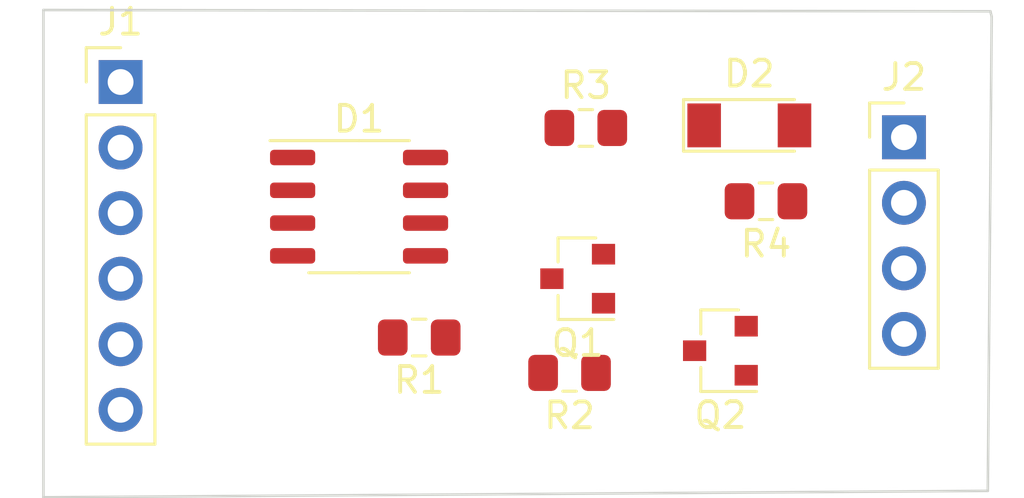
<source format=kicad_pcb>
(kicad_pcb (version 20171130) (host pcbnew "(5.1.4)-1")

  (general
    (thickness 1.6)
    (drawings 5)
    (tracks 0)
    (zones 0)
    (modules 10)
    (nets 13)
  )

  (page A4)
  (layers
    (0 F.Cu signal)
    (31 B.Cu signal)
    (32 B.Adhes user)
    (33 F.Adhes user)
    (34 B.Paste user)
    (35 F.Paste user)
    (36 B.SilkS user)
    (37 F.SilkS user)
    (38 B.Mask user)
    (39 F.Mask user)
    (40 Dwgs.User user)
    (41 Cmts.User user)
    (42 Eco1.User user)
    (43 Eco2.User user)
    (44 Edge.Cuts user)
    (45 Margin user)
    (46 B.CrtYd user)
    (47 F.CrtYd user)
    (48 B.Fab user)
    (49 F.Fab user)
  )

  (setup
    (last_trace_width 0.25)
    (trace_clearance 0.2)
    (zone_clearance 0.508)
    (zone_45_only no)
    (trace_min 0.2)
    (via_size 0.8)
    (via_drill 0.4)
    (via_min_size 0.4)
    (via_min_drill 0.3)
    (uvia_size 0.3)
    (uvia_drill 0.1)
    (uvias_allowed no)
    (uvia_min_size 0.2)
    (uvia_min_drill 0.1)
    (edge_width 0.05)
    (segment_width 0.2)
    (pcb_text_width 0.3)
    (pcb_text_size 1.5 1.5)
    (mod_edge_width 0.12)
    (mod_text_size 1 1)
    (mod_text_width 0.15)
    (pad_size 1.524 1.524)
    (pad_drill 0.762)
    (pad_to_mask_clearance 0.051)
    (solder_mask_min_width 0.25)
    (aux_axis_origin 0 0)
    (visible_elements FFFFFF7F)
    (pcbplotparams
      (layerselection 0x010fc_ffffffff)
      (usegerberextensions false)
      (usegerberattributes false)
      (usegerberadvancedattributes false)
      (creategerberjobfile false)
      (excludeedgelayer true)
      (linewidth 0.100000)
      (plotframeref false)
      (viasonmask false)
      (mode 1)
      (useauxorigin false)
      (hpglpennumber 1)
      (hpglpenspeed 20)
      (hpglpendiameter 15.000000)
      (psnegative false)
      (psa4output false)
      (plotreference true)
      (plotvalue true)
      (plotinvisibletext false)
      (padsonsilk false)
      (subtractmaskfromsilk false)
      (outputformat 1)
      (mirror false)
      (drillshape 1)
      (scaleselection 1)
      (outputdirectory ""))
  )

  (net 0 "")
  (net 1 "Net-(D2-Pad2)")
  (net 2 Vss)
  (net 3 3.3V)
  (net 4 Vcc)
  (net 5 5V)
  (net 6 GND)
  (net 7 Tx)
  (net 8 Rx)
  (net 9 "Net-(Q1-Pad3)")
  (net 10 "Net-(Q1-Pad1)")
  (net 11 L-line)
  (net 12 K-line)

  (net_class Default "Это класс цепей по умолчанию."
    (clearance 0.2)
    (trace_width 0.25)
    (via_dia 0.8)
    (via_drill 0.4)
    (uvia_dia 0.3)
    (uvia_drill 0.1)
    (add_net 3.3V)
    (add_net 5V)
    (add_net GND)
    (add_net K-line)
    (add_net L-line)
    (add_net "Net-(D2-Pad2)")
    (add_net "Net-(Q1-Pad1)")
    (add_net "Net-(Q1-Pad3)")
    (add_net Rx)
    (add_net Tx)
    (add_net Vcc)
    (add_net Vss)
  )

  (module Resistor_SMD:R_0805_2012Metric_Pad1.15x1.40mm_HandSolder (layer F.Cu) (tedit 5B36C52B) (tstamp 5E1107CF)
    (at 102.755 91.29 180)
    (descr "Resistor SMD 0805 (2012 Metric), square (rectangular) end terminal, IPC_7351 nominal with elongated pad for handsoldering. (Body size source: https://docs.google.com/spreadsheets/d/1BsfQQcO9C6DZCsRaXUlFlo91Tg2WpOkGARC1WS5S8t0/edit?usp=sharing), generated with kicad-footprint-generator")
    (tags "resistor handsolder")
    (path /5E112328)
    (attr smd)
    (fp_text reference R4 (at 0 -1.65) (layer F.SilkS)
      (effects (font (size 1 1) (thickness 0.15)))
    )
    (fp_text value 510R (at 0 1.65) (layer F.Fab)
      (effects (font (size 1 1) (thickness 0.15)))
    )
    (fp_text user %R (at 0 0) (layer F.Fab)
      (effects (font (size 0.5 0.5) (thickness 0.08)))
    )
    (fp_line (start 1.85 0.95) (end -1.85 0.95) (layer F.CrtYd) (width 0.05))
    (fp_line (start 1.85 -0.95) (end 1.85 0.95) (layer F.CrtYd) (width 0.05))
    (fp_line (start -1.85 -0.95) (end 1.85 -0.95) (layer F.CrtYd) (width 0.05))
    (fp_line (start -1.85 0.95) (end -1.85 -0.95) (layer F.CrtYd) (width 0.05))
    (fp_line (start -0.261252 0.71) (end 0.261252 0.71) (layer F.SilkS) (width 0.12))
    (fp_line (start -0.261252 -0.71) (end 0.261252 -0.71) (layer F.SilkS) (width 0.12))
    (fp_line (start 1 0.6) (end -1 0.6) (layer F.Fab) (width 0.1))
    (fp_line (start 1 -0.6) (end 1 0.6) (layer F.Fab) (width 0.1))
    (fp_line (start -1 -0.6) (end 1 -0.6) (layer F.Fab) (width 0.1))
    (fp_line (start -1 0.6) (end -1 -0.6) (layer F.Fab) (width 0.1))
    (pad 2 smd roundrect (at 1.025 0 180) (size 1.15 1.4) (layers F.Cu F.Paste F.Mask) (roundrect_rratio 0.217391)
      (net 2 Vss))
    (pad 1 smd roundrect (at -1.025 0 180) (size 1.15 1.4) (layers F.Cu F.Paste F.Mask) (roundrect_rratio 0.217391)
      (net 12 K-line))
    (model ${KISYS3DMOD}/Resistor_SMD.3dshapes/R_0805_2012Metric.wrl
      (at (xyz 0 0 0))
      (scale (xyz 1 1 1))
      (rotate (xyz 0 0 0))
    )
  )

  (module Resistor_SMD:R_0805_2012Metric_Pad1.15x1.40mm_HandSolder (layer F.Cu) (tedit 5B36C52B) (tstamp 5E110AA3)
    (at 95.775 88.45)
    (descr "Resistor SMD 0805 (2012 Metric), square (rectangular) end terminal, IPC_7351 nominal with elongated pad for handsoldering. (Body size source: https://docs.google.com/spreadsheets/d/1BsfQQcO9C6DZCsRaXUlFlo91Tg2WpOkGARC1WS5S8t0/edit?usp=sharing), generated with kicad-footprint-generator")
    (tags "resistor handsolder")
    (path /5E1179CB)
    (attr smd)
    (fp_text reference R3 (at 0 -1.65) (layer F.SilkS)
      (effects (font (size 1 1) (thickness 0.15)))
    )
    (fp_text value 510R (at 0 1.65) (layer F.Fab)
      (effects (font (size 1 1) (thickness 0.15)))
    )
    (fp_text user %R (at 0 0) (layer F.Fab)
      (effects (font (size 0.5 0.5) (thickness 0.08)))
    )
    (fp_line (start 1.85 0.95) (end -1.85 0.95) (layer F.CrtYd) (width 0.05))
    (fp_line (start 1.85 -0.95) (end 1.85 0.95) (layer F.CrtYd) (width 0.05))
    (fp_line (start -1.85 -0.95) (end 1.85 -0.95) (layer F.CrtYd) (width 0.05))
    (fp_line (start -1.85 0.95) (end -1.85 -0.95) (layer F.CrtYd) (width 0.05))
    (fp_line (start -0.261252 0.71) (end 0.261252 0.71) (layer F.SilkS) (width 0.12))
    (fp_line (start -0.261252 -0.71) (end 0.261252 -0.71) (layer F.SilkS) (width 0.12))
    (fp_line (start 1 0.6) (end -1 0.6) (layer F.Fab) (width 0.1))
    (fp_line (start 1 -0.6) (end 1 0.6) (layer F.Fab) (width 0.1))
    (fp_line (start -1 -0.6) (end 1 -0.6) (layer F.Fab) (width 0.1))
    (fp_line (start -1 0.6) (end -1 -0.6) (layer F.Fab) (width 0.1))
    (pad 2 smd roundrect (at 1.025 0) (size 1.15 1.4) (layers F.Cu F.Paste F.Mask) (roundrect_rratio 0.217391)
      (net 2 Vss))
    (pad 1 smd roundrect (at -1.025 0) (size 1.15 1.4) (layers F.Cu F.Paste F.Mask) (roundrect_rratio 0.217391)
      (net 11 L-line))
    (model ${KISYS3DMOD}/Resistor_SMD.3dshapes/R_0805_2012Metric.wrl
      (at (xyz 0 0 0))
      (scale (xyz 1 1 1))
      (rotate (xyz 0 0 0))
    )
  )

  (module Resistor_SMD:R_0805_2012Metric_Pad1.15x1.40mm_HandSolder (layer F.Cu) (tedit 5B36C52B) (tstamp 5E1107AD)
    (at 95.145 97.94 180)
    (descr "Resistor SMD 0805 (2012 Metric), square (rectangular) end terminal, IPC_7351 nominal with elongated pad for handsoldering. (Body size source: https://docs.google.com/spreadsheets/d/1BsfQQcO9C6DZCsRaXUlFlo91Tg2WpOkGARC1WS5S8t0/edit?usp=sharing), generated with kicad-footprint-generator")
    (tags "resistor handsolder")
    (path /5E117183)
    (attr smd)
    (fp_text reference R2 (at 0 -1.65) (layer F.SilkS)
      (effects (font (size 1 1) (thickness 0.15)))
    )
    (fp_text value 1K (at 0 1.65) (layer F.Fab)
      (effects (font (size 1 1) (thickness 0.15)))
    )
    (fp_text user %R (at 0 0) (layer F.Fab)
      (effects (font (size 0.5 0.5) (thickness 0.08)))
    )
    (fp_line (start 1.85 0.95) (end -1.85 0.95) (layer F.CrtYd) (width 0.05))
    (fp_line (start 1.85 -0.95) (end 1.85 0.95) (layer F.CrtYd) (width 0.05))
    (fp_line (start -1.85 -0.95) (end 1.85 -0.95) (layer F.CrtYd) (width 0.05))
    (fp_line (start -1.85 0.95) (end -1.85 -0.95) (layer F.CrtYd) (width 0.05))
    (fp_line (start -0.261252 0.71) (end 0.261252 0.71) (layer F.SilkS) (width 0.12))
    (fp_line (start -0.261252 -0.71) (end 0.261252 -0.71) (layer F.SilkS) (width 0.12))
    (fp_line (start 1 0.6) (end -1 0.6) (layer F.Fab) (width 0.1))
    (fp_line (start 1 -0.6) (end 1 0.6) (layer F.Fab) (width 0.1))
    (fp_line (start -1 -0.6) (end 1 -0.6) (layer F.Fab) (width 0.1))
    (fp_line (start -1 0.6) (end -1 -0.6) (layer F.Fab) (width 0.1))
    (pad 2 smd roundrect (at 1.025 0 180) (size 1.15 1.4) (layers F.Cu F.Paste F.Mask) (roundrect_rratio 0.217391)
      (net 2 Vss))
    (pad 1 smd roundrect (at -1.025 0 180) (size 1.15 1.4) (layers F.Cu F.Paste F.Mask) (roundrect_rratio 0.217391)
      (net 9 "Net-(Q1-Pad3)"))
    (model ${KISYS3DMOD}/Resistor_SMD.3dshapes/R_0805_2012Metric.wrl
      (at (xyz 0 0 0))
      (scale (xyz 1 1 1))
      (rotate (xyz 0 0 0))
    )
  )

  (module Resistor_SMD:R_0805_2012Metric_Pad1.15x1.40mm_HandSolder (layer F.Cu) (tedit 5B36C52B) (tstamp 5E11079C)
    (at 89.32 96.57 180)
    (descr "Resistor SMD 0805 (2012 Metric), square (rectangular) end terminal, IPC_7351 nominal with elongated pad for handsoldering. (Body size source: https://docs.google.com/spreadsheets/d/1BsfQQcO9C6DZCsRaXUlFlo91Tg2WpOkGARC1WS5S8t0/edit?usp=sharing), generated with kicad-footprint-generator")
    (tags "resistor handsolder")
    (path /5E11AF71)
    (attr smd)
    (fp_text reference R1 (at 0 -1.65) (layer F.SilkS)
      (effects (font (size 1 1) (thickness 0.15)))
    )
    (fp_text value 1K (at 0 1.65) (layer F.Fab)
      (effects (font (size 1 1) (thickness 0.15)))
    )
    (fp_text user %R (at 0 0) (layer F.Fab)
      (effects (font (size 0.5 0.5) (thickness 0.08)))
    )
    (fp_line (start 1.85 0.95) (end -1.85 0.95) (layer F.CrtYd) (width 0.05))
    (fp_line (start 1.85 -0.95) (end 1.85 0.95) (layer F.CrtYd) (width 0.05))
    (fp_line (start -1.85 -0.95) (end 1.85 -0.95) (layer F.CrtYd) (width 0.05))
    (fp_line (start -1.85 0.95) (end -1.85 -0.95) (layer F.CrtYd) (width 0.05))
    (fp_line (start -0.261252 0.71) (end 0.261252 0.71) (layer F.SilkS) (width 0.12))
    (fp_line (start -0.261252 -0.71) (end 0.261252 -0.71) (layer F.SilkS) (width 0.12))
    (fp_line (start 1 0.6) (end -1 0.6) (layer F.Fab) (width 0.1))
    (fp_line (start 1 -0.6) (end 1 0.6) (layer F.Fab) (width 0.1))
    (fp_line (start -1 -0.6) (end 1 -0.6) (layer F.Fab) (width 0.1))
    (fp_line (start -1 0.6) (end -1 -0.6) (layer F.Fab) (width 0.1))
    (pad 2 smd roundrect (at 1.025 0 180) (size 1.15 1.4) (layers F.Cu F.Paste F.Mask) (roundrect_rratio 0.217391)
      (net 7 Tx))
    (pad 1 smd roundrect (at -1.025 0 180) (size 1.15 1.4) (layers F.Cu F.Paste F.Mask) (roundrect_rratio 0.217391)
      (net 10 "Net-(Q1-Pad1)"))
    (model ${KISYS3DMOD}/Resistor_SMD.3dshapes/R_0805_2012Metric.wrl
      (at (xyz 0 0 0))
      (scale (xyz 1 1 1))
      (rotate (xyz 0 0 0))
    )
  )

  (module Connector_PinHeader_2.54mm:PinHeader_1x04_P2.54mm_Vertical (layer F.Cu) (tedit 59FED5CC) (tstamp 5E11073B)
    (at 108.1 88.81)
    (descr "Through hole straight pin header, 1x04, 2.54mm pitch, single row")
    (tags "Through hole pin header THT 1x04 2.54mm single row")
    (path /5E111B43)
    (fp_text reference J2 (at 0 -2.33) (layer F.SilkS)
      (effects (font (size 1 1) (thickness 0.15)))
    )
    (fp_text value Conn_01x04 (at 0 9.95) (layer F.Fab)
      (effects (font (size 1 1) (thickness 0.15)))
    )
    (fp_text user %R (at 0 3.81 90) (layer F.Fab)
      (effects (font (size 1 1) (thickness 0.15)))
    )
    (fp_line (start 1.8 -1.8) (end -1.8 -1.8) (layer F.CrtYd) (width 0.05))
    (fp_line (start 1.8 9.4) (end 1.8 -1.8) (layer F.CrtYd) (width 0.05))
    (fp_line (start -1.8 9.4) (end 1.8 9.4) (layer F.CrtYd) (width 0.05))
    (fp_line (start -1.8 -1.8) (end -1.8 9.4) (layer F.CrtYd) (width 0.05))
    (fp_line (start -1.33 -1.33) (end 0 -1.33) (layer F.SilkS) (width 0.12))
    (fp_line (start -1.33 0) (end -1.33 -1.33) (layer F.SilkS) (width 0.12))
    (fp_line (start -1.33 1.27) (end 1.33 1.27) (layer F.SilkS) (width 0.12))
    (fp_line (start 1.33 1.27) (end 1.33 8.95) (layer F.SilkS) (width 0.12))
    (fp_line (start -1.33 1.27) (end -1.33 8.95) (layer F.SilkS) (width 0.12))
    (fp_line (start -1.33 8.95) (end 1.33 8.95) (layer F.SilkS) (width 0.12))
    (fp_line (start -1.27 -0.635) (end -0.635 -1.27) (layer F.Fab) (width 0.1))
    (fp_line (start -1.27 8.89) (end -1.27 -0.635) (layer F.Fab) (width 0.1))
    (fp_line (start 1.27 8.89) (end -1.27 8.89) (layer F.Fab) (width 0.1))
    (fp_line (start 1.27 -1.27) (end 1.27 8.89) (layer F.Fab) (width 0.1))
    (fp_line (start -0.635 -1.27) (end 1.27 -1.27) (layer F.Fab) (width 0.1))
    (pad 4 thru_hole oval (at 0 7.62) (size 1.7 1.7) (drill 1) (layers *.Cu *.Mask)
      (net 6 GND))
    (pad 3 thru_hole oval (at 0 5.08) (size 1.7 1.7) (drill 1) (layers *.Cu *.Mask)
      (net 11 L-line))
    (pad 2 thru_hole oval (at 0 2.54) (size 1.7 1.7) (drill 1) (layers *.Cu *.Mask)
      (net 12 K-line))
    (pad 1 thru_hole rect (at 0 0) (size 1.7 1.7) (drill 1) (layers *.Cu *.Mask)
      (net 1 "Net-(D2-Pad2)"))
    (model ${KISYS3DMOD}/Connector_PinHeader_2.54mm.3dshapes/PinHeader_1x04_P2.54mm_Vertical.wrl
      (at (xyz 0 0 0))
      (scale (xyz 1 1 1))
      (rotate (xyz 0 0 0))
    )
  )

  (module Package_SO:SO-8_3.9x4.9mm_P1.27mm (layer F.Cu) (tedit 5C509AD1) (tstamp 5E1106C1)
    (at 86.99 91.5)
    (descr "SO, 8 Pin (https://www.nxp.com/docs/en/data-sheet/PCF8523.pdf), generated with kicad-footprint-generator ipc_gullwing_generator.py")
    (tags "SO SO")
    (path /5E110E0D)
    (attr smd)
    (fp_text reference D1 (at 0 -3.4) (layer F.SilkS)
      (effects (font (size 1 1) (thickness 0.15)))
    )
    (fp_text value L9613 (at 0 3.4) (layer F.Fab)
      (effects (font (size 1 1) (thickness 0.15)))
    )
    (fp_text user %R (at 0 0) (layer F.Fab)
      (effects (font (size 0.98 0.98) (thickness 0.15)))
    )
    (fp_line (start 3.7 -2.7) (end -3.7 -2.7) (layer F.CrtYd) (width 0.05))
    (fp_line (start 3.7 2.7) (end 3.7 -2.7) (layer F.CrtYd) (width 0.05))
    (fp_line (start -3.7 2.7) (end 3.7 2.7) (layer F.CrtYd) (width 0.05))
    (fp_line (start -3.7 -2.7) (end -3.7 2.7) (layer F.CrtYd) (width 0.05))
    (fp_line (start -1.95 -1.475) (end -0.975 -2.45) (layer F.Fab) (width 0.1))
    (fp_line (start -1.95 2.45) (end -1.95 -1.475) (layer F.Fab) (width 0.1))
    (fp_line (start 1.95 2.45) (end -1.95 2.45) (layer F.Fab) (width 0.1))
    (fp_line (start 1.95 -2.45) (end 1.95 2.45) (layer F.Fab) (width 0.1))
    (fp_line (start -0.975 -2.45) (end 1.95 -2.45) (layer F.Fab) (width 0.1))
    (fp_line (start 0 -2.56) (end -3.45 -2.56) (layer F.SilkS) (width 0.12))
    (fp_line (start 0 -2.56) (end 1.95 -2.56) (layer F.SilkS) (width 0.12))
    (fp_line (start 0 2.56) (end -1.95 2.56) (layer F.SilkS) (width 0.12))
    (fp_line (start 0 2.56) (end 1.95 2.56) (layer F.SilkS) (width 0.12))
    (pad 8 smd roundrect (at 2.575 -1.905) (size 1.75 0.6) (layers F.Cu F.Paste F.Mask) (roundrect_rratio 0.25)
      (net 11 L-line))
    (pad 7 smd roundrect (at 2.575 -0.635) (size 1.75 0.6) (layers F.Cu F.Paste F.Mask) (roundrect_rratio 0.25)
      (net 2 Vss))
    (pad 6 smd roundrect (at 2.575 0.635) (size 1.75 0.6) (layers F.Cu F.Paste F.Mask) (roundrect_rratio 0.25)
      (net 12 K-line))
    (pad 5 smd roundrect (at 2.575 1.905) (size 1.75 0.6) (layers F.Cu F.Paste F.Mask) (roundrect_rratio 0.25)
      (net 6 GND))
    (pad 4 smd roundrect (at -2.575 1.905) (size 1.75 0.6) (layers F.Cu F.Paste F.Mask) (roundrect_rratio 0.25)
      (net 7 Tx))
    (pad 3 smd roundrect (at -2.575 0.635) (size 1.75 0.6) (layers F.Cu F.Paste F.Mask) (roundrect_rratio 0.25)
      (net 4 Vcc))
    (pad 2 smd roundrect (at -2.575 -0.635) (size 1.75 0.6) (layers F.Cu F.Paste F.Mask) (roundrect_rratio 0.25)
      (net 8 Rx))
    (pad 1 smd roundrect (at -2.575 -1.905) (size 1.75 0.6) (layers F.Cu F.Paste F.Mask) (roundrect_rratio 0.25)
      (net 8 Rx))
    (model ${KISYS3DMOD}/Package_SO.3dshapes/SO-8_3.9x4.9mm_P1.27mm.wrl
      (at (xyz 0 0 0))
      (scale (xyz 1 1 1))
      (rotate (xyz 0 0 0))
    )
  )

  (module Package_TO_SOT_SMD:SOT-23 (layer F.Cu) (tedit 5A02FF57) (tstamp 5E11019D)
    (at 100.99 97.08 180)
    (descr "SOT-23, Standard")
    (tags SOT-23)
    (path /5E1194C5)
    (attr smd)
    (fp_text reference Q2 (at 0 -2.5) (layer F.SilkS)
      (effects (font (size 1 1) (thickness 0.15)))
    )
    (fp_text value BC847 (at 0 2.5) (layer F.Fab)
      (effects (font (size 1 1) (thickness 0.15)))
    )
    (fp_line (start 0.76 1.58) (end -0.7 1.58) (layer F.SilkS) (width 0.12))
    (fp_line (start 0.76 -1.58) (end -1.4 -1.58) (layer F.SilkS) (width 0.12))
    (fp_line (start -1.7 1.75) (end -1.7 -1.75) (layer F.CrtYd) (width 0.05))
    (fp_line (start 1.7 1.75) (end -1.7 1.75) (layer F.CrtYd) (width 0.05))
    (fp_line (start 1.7 -1.75) (end 1.7 1.75) (layer F.CrtYd) (width 0.05))
    (fp_line (start -1.7 -1.75) (end 1.7 -1.75) (layer F.CrtYd) (width 0.05))
    (fp_line (start 0.76 -1.58) (end 0.76 -0.65) (layer F.SilkS) (width 0.12))
    (fp_line (start 0.76 1.58) (end 0.76 0.65) (layer F.SilkS) (width 0.12))
    (fp_line (start -0.7 1.52) (end 0.7 1.52) (layer F.Fab) (width 0.1))
    (fp_line (start 0.7 -1.52) (end 0.7 1.52) (layer F.Fab) (width 0.1))
    (fp_line (start -0.7 -0.95) (end -0.15 -1.52) (layer F.Fab) (width 0.1))
    (fp_line (start -0.15 -1.52) (end 0.7 -1.52) (layer F.Fab) (width 0.1))
    (fp_line (start -0.7 -0.95) (end -0.7 1.5) (layer F.Fab) (width 0.1))
    (fp_text user %R (at 0 0 90) (layer F.Fab)
      (effects (font (size 0.5 0.5) (thickness 0.075)))
    )
    (pad 3 smd rect (at 1 0 180) (size 0.9 0.8) (layers F.Cu F.Paste F.Mask)
      (net 11 L-line))
    (pad 2 smd rect (at -1 0.95 180) (size 0.9 0.8) (layers F.Cu F.Paste F.Mask)
      (net 6 GND))
    (pad 1 smd rect (at -1 -0.95 180) (size 0.9 0.8) (layers F.Cu F.Paste F.Mask)
      (net 9 "Net-(Q1-Pad3)"))
    (model ${KISYS3DMOD}/Package_TO_SOT_SMD.3dshapes/SOT-23.wrl
      (at (xyz 0 0 0))
      (scale (xyz 1 1 1))
      (rotate (xyz 0 0 0))
    )
  )

  (module Package_TO_SOT_SMD:SOT-23 (layer F.Cu) (tedit 5A02FF57) (tstamp 5E110188)
    (at 95.46 94.29 180)
    (descr "SOT-23, Standard")
    (tags SOT-23)
    (path /5E118424)
    (attr smd)
    (fp_text reference Q1 (at 0 -2.5) (layer F.SilkS)
      (effects (font (size 1 1) (thickness 0.15)))
    )
    (fp_text value BC847 (at 0 2.5) (layer F.Fab)
      (effects (font (size 1 1) (thickness 0.15)))
    )
    (fp_line (start 0.76 1.58) (end -0.7 1.58) (layer F.SilkS) (width 0.12))
    (fp_line (start 0.76 -1.58) (end -1.4 -1.58) (layer F.SilkS) (width 0.12))
    (fp_line (start -1.7 1.75) (end -1.7 -1.75) (layer F.CrtYd) (width 0.05))
    (fp_line (start 1.7 1.75) (end -1.7 1.75) (layer F.CrtYd) (width 0.05))
    (fp_line (start 1.7 -1.75) (end 1.7 1.75) (layer F.CrtYd) (width 0.05))
    (fp_line (start -1.7 -1.75) (end 1.7 -1.75) (layer F.CrtYd) (width 0.05))
    (fp_line (start 0.76 -1.58) (end 0.76 -0.65) (layer F.SilkS) (width 0.12))
    (fp_line (start 0.76 1.58) (end 0.76 0.65) (layer F.SilkS) (width 0.12))
    (fp_line (start -0.7 1.52) (end 0.7 1.52) (layer F.Fab) (width 0.1))
    (fp_line (start 0.7 -1.52) (end 0.7 1.52) (layer F.Fab) (width 0.1))
    (fp_line (start -0.7 -0.95) (end -0.15 -1.52) (layer F.Fab) (width 0.1))
    (fp_line (start -0.15 -1.52) (end 0.7 -1.52) (layer F.Fab) (width 0.1))
    (fp_line (start -0.7 -0.95) (end -0.7 1.5) (layer F.Fab) (width 0.1))
    (fp_text user %R (at 0 0 90) (layer F.Fab)
      (effects (font (size 0.5 0.5) (thickness 0.075)))
    )
    (pad 3 smd rect (at 1 0 180) (size 0.9 0.8) (layers F.Cu F.Paste F.Mask)
      (net 9 "Net-(Q1-Pad3)"))
    (pad 2 smd rect (at -1 0.95 180) (size 0.9 0.8) (layers F.Cu F.Paste F.Mask)
      (net 6 GND))
    (pad 1 smd rect (at -1 -0.95 180) (size 0.9 0.8) (layers F.Cu F.Paste F.Mask)
      (net 10 "Net-(Q1-Pad1)"))
    (model ${KISYS3DMOD}/Package_TO_SOT_SMD.3dshapes/SOT-23.wrl
      (at (xyz 0 0 0))
      (scale (xyz 1 1 1))
      (rotate (xyz 0 0 0))
    )
  )

  (module Connector_PinHeader_2.54mm:PinHeader_1x06_P2.54mm_Vertical (layer F.Cu) (tedit 59FED5CC) (tstamp 5E110173)
    (at 77.75 86.67)
    (descr "Through hole straight pin header, 1x06, 2.54mm pitch, single row")
    (tags "Through hole pin header THT 1x06 2.54mm single row")
    (path /5E10F032)
    (fp_text reference J1 (at 0 -2.33) (layer F.SilkS)
      (effects (font (size 1 1) (thickness 0.15)))
    )
    (fp_text value Conn_01x06 (at 0 15.03) (layer F.Fab)
      (effects (font (size 1 1) (thickness 0.15)))
    )
    (fp_text user %R (at 0 6.35 90) (layer F.Fab)
      (effects (font (size 1 1) (thickness 0.15)))
    )
    (fp_line (start 1.8 -1.8) (end -1.8 -1.8) (layer F.CrtYd) (width 0.05))
    (fp_line (start 1.8 14.5) (end 1.8 -1.8) (layer F.CrtYd) (width 0.05))
    (fp_line (start -1.8 14.5) (end 1.8 14.5) (layer F.CrtYd) (width 0.05))
    (fp_line (start -1.8 -1.8) (end -1.8 14.5) (layer F.CrtYd) (width 0.05))
    (fp_line (start -1.33 -1.33) (end 0 -1.33) (layer F.SilkS) (width 0.12))
    (fp_line (start -1.33 0) (end -1.33 -1.33) (layer F.SilkS) (width 0.12))
    (fp_line (start -1.33 1.27) (end 1.33 1.27) (layer F.SilkS) (width 0.12))
    (fp_line (start 1.33 1.27) (end 1.33 14.03) (layer F.SilkS) (width 0.12))
    (fp_line (start -1.33 1.27) (end -1.33 14.03) (layer F.SilkS) (width 0.12))
    (fp_line (start -1.33 14.03) (end 1.33 14.03) (layer F.SilkS) (width 0.12))
    (fp_line (start -1.27 -0.635) (end -0.635 -1.27) (layer F.Fab) (width 0.1))
    (fp_line (start -1.27 13.97) (end -1.27 -0.635) (layer F.Fab) (width 0.1))
    (fp_line (start 1.27 13.97) (end -1.27 13.97) (layer F.Fab) (width 0.1))
    (fp_line (start 1.27 -1.27) (end 1.27 13.97) (layer F.Fab) (width 0.1))
    (fp_line (start -0.635 -1.27) (end 1.27 -1.27) (layer F.Fab) (width 0.1))
    (pad 6 thru_hole oval (at 0 12.7) (size 1.7 1.7) (drill 1) (layers *.Cu *.Mask)
      (net 3 3.3V))
    (pad 5 thru_hole oval (at 0 10.16) (size 1.7 1.7) (drill 1) (layers *.Cu *.Mask)
      (net 4 Vcc))
    (pad 4 thru_hole oval (at 0 7.62) (size 1.7 1.7) (drill 1) (layers *.Cu *.Mask)
      (net 5 5V))
    (pad 3 thru_hole oval (at 0 5.08) (size 1.7 1.7) (drill 1) (layers *.Cu *.Mask)
      (net 6 GND))
    (pad 2 thru_hole oval (at 0 2.54) (size 1.7 1.7) (drill 1) (layers *.Cu *.Mask)
      (net 7 Tx))
    (pad 1 thru_hole rect (at 0 0) (size 1.7 1.7) (drill 1) (layers *.Cu *.Mask)
      (net 8 Rx))
    (model ${KISYS3DMOD}/Connector_PinHeader_2.54mm.3dshapes/PinHeader_1x06_P2.54mm_Vertical.wrl
      (at (xyz 0 0 0))
      (scale (xyz 1 1 1))
      (rotate (xyz 0 0 0))
    )
  )

  (module Diode_SMD:D_MiniMELF (layer F.Cu) (tedit 5905D8F5) (tstamp 5E110159)
    (at 102.11 88.35)
    (descr "Diode Mini-MELF")
    (tags "Diode Mini-MELF")
    (path /5E115306)
    (attr smd)
    (fp_text reference D2 (at 0 -2) (layer F.SilkS)
      (effects (font (size 1 1) (thickness 0.15)))
    )
    (fp_text value LL4148 (at 0 1.75) (layer F.Fab)
      (effects (font (size 1 1) (thickness 0.15)))
    )
    (fp_line (start -2.65 1.1) (end -2.65 -1.1) (layer F.CrtYd) (width 0.05))
    (fp_line (start 2.65 1.1) (end -2.65 1.1) (layer F.CrtYd) (width 0.05))
    (fp_line (start 2.65 -1.1) (end 2.65 1.1) (layer F.CrtYd) (width 0.05))
    (fp_line (start -2.65 -1.1) (end 2.65 -1.1) (layer F.CrtYd) (width 0.05))
    (fp_line (start -0.75 0) (end -0.35 0) (layer F.Fab) (width 0.1))
    (fp_line (start -0.35 0) (end -0.35 -0.55) (layer F.Fab) (width 0.1))
    (fp_line (start -0.35 0) (end -0.35 0.55) (layer F.Fab) (width 0.1))
    (fp_line (start -0.35 0) (end 0.25 -0.4) (layer F.Fab) (width 0.1))
    (fp_line (start 0.25 -0.4) (end 0.25 0.4) (layer F.Fab) (width 0.1))
    (fp_line (start 0.25 0.4) (end -0.35 0) (layer F.Fab) (width 0.1))
    (fp_line (start 0.25 0) (end 0.75 0) (layer F.Fab) (width 0.1))
    (fp_line (start -1.65 -0.8) (end 1.65 -0.8) (layer F.Fab) (width 0.1))
    (fp_line (start -1.65 0.8) (end -1.65 -0.8) (layer F.Fab) (width 0.1))
    (fp_line (start 1.65 0.8) (end -1.65 0.8) (layer F.Fab) (width 0.1))
    (fp_line (start 1.65 -0.8) (end 1.65 0.8) (layer F.Fab) (width 0.1))
    (fp_line (start -2.55 1) (end 1.75 1) (layer F.SilkS) (width 0.12))
    (fp_line (start -2.55 -1) (end -2.55 1) (layer F.SilkS) (width 0.12))
    (fp_line (start 1.75 -1) (end -2.55 -1) (layer F.SilkS) (width 0.12))
    (fp_text user %R (at 0 -2) (layer F.Fab)
      (effects (font (size 1 1) (thickness 0.15)))
    )
    (pad 2 smd rect (at 1.75 0) (size 1.3 1.7) (layers F.Cu F.Paste F.Mask)
      (net 1 "Net-(D2-Pad2)"))
    (pad 1 smd rect (at -1.75 0) (size 1.3 1.7) (layers F.Cu F.Paste F.Mask)
      (net 2 Vss))
    (model ${KISYS3DMOD}/Diode_SMD.3dshapes/D_MiniMELF.wrl
      (at (xyz 0 0 0))
      (scale (xyz 1 1 1))
      (rotate (xyz 0 0 0))
    )
  )

  (gr_line (start 111.45 83.93) (end 74.76 83.88) (layer Edge.Cuts) (width 0.1))
  (gr_line (start 111.5 84.14) (end 111.45 83.93) (layer Edge.Cuts) (width 0.1))
  (gr_line (start 111.35 102.51) (end 111.5 84.14) (layer Edge.Cuts) (width 0.1))
  (gr_line (start 74.76 102.76) (end 111.35 102.51) (layer Edge.Cuts) (width 0.1))
  (gr_line (start 74.76 83.88) (end 74.76 102.76) (layer Edge.Cuts) (width 0.1))

)

</source>
